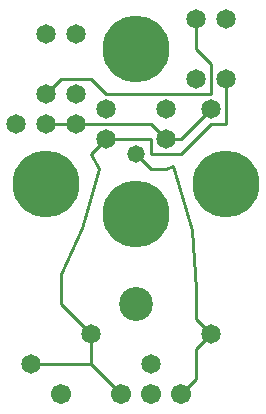
<source format=gbl>
%MOIN*%
%FSLAX25Y25*%
G04 D10 used for Character Trace; *
G04     Circle (OD=.01000) (No hole)*
G04 D11 used for Power Trace; *
G04     Circle (OD=.06700) (No hole)*
G04 D12 used for Signal Trace; *
G04     Circle (OD=.01100) (No hole)*
G04 D13 used for Via; *
G04     Circle (OD=.05800) (Round. Hole ID=.02800)*
G04 D14 used for Component hole; *
G04     Circle (OD=.06500) (Round. Hole ID=.03500)*
G04 D15 used for Component hole; *
G04     Circle (OD=.06700) (Round. Hole ID=.04300)*
G04 D16 used for Component hole; *
G04     Circle (OD=.08100) (Round. Hole ID=.05100)*
G04 D17 used for Component hole; *
G04     Circle (OD=.08900) (Round. Hole ID=.05900)*
G04 D18 used for Component hole; *
G04     Circle (OD=.11300) (Round. Hole ID=.08300)*
G04 D19 used for Component hole; *
G04     Circle (OD=.16000) (Round. Hole ID=.13000)*
G04 D20 used for Component hole; *
G04     Circle (OD=.18300) (Round. Hole ID=.15300)*
G04 D21 used for Component hole; *
G04     Circle (OD=.22291) (Round. Hole ID=.19291)*
%ADD10C,.01000*%
%ADD11C,.06700*%
%ADD12C,.01100*%
%ADD13C,.05800*%
%ADD14C,.06500*%
%ADD15C,.06700*%
%ADD16C,.08100*%
%ADD17C,.08900*%
%ADD18C,.11300*%
%ADD19C,.16000*%
%ADD20C,.18300*%
%ADD21C,.22291*%
%IPPOS*%
%LPD*%
G90*X0Y0D02*D14*X10000Y20000D03*D12*X30000D01*    
X40000Y10000D01*D15*D03*D14*X50000Y20000D03*D12*  
X30000D02*Y30000D01*D14*D03*D12*X20000Y40000D01*  
Y50000D01*D18*X45000Y40000D03*D21*Y70000D03*      
X15000Y80000D03*D12*X50000Y85000D02*X55000D01*    
X50000D02*X45000Y90000D01*D13*D03*D12*X50000D02*  
Y95000D01*Y90000D02*X60000D01*X70000Y100000D01*   
X75000D01*Y115000D01*D14*D03*D12*X70000Y110000D02*
Y120000D01*X35000Y110000D02*X70000D01*X35000D02*  
X30000Y115000D01*X20000D01*X15000Y110000D01*D14*  
D03*X25000Y100000D03*D12*X15000D01*D14*D03*       
X25000Y110000D03*D12*Y100000D02*X50000D01*        
X55000Y95000D01*D14*D03*D12*X60000D01*            
X70000Y105000D01*D14*D03*X65000Y115000D03*D12*    
X70000Y120000D02*X65000Y125000D01*Y135000D01*D14* 
D03*X75000D03*D21*X45000Y125000D03*D14*           
X35000Y105000D03*X55000D03*X35000Y95000D03*D12*   
X30000Y90000D01*X35000Y95000D02*X50000D01*D21*    
X75000Y80000D03*D14*X15000Y130000D03*X25000D03*   
X5000Y100000D03*D12*X65000Y35000D02*Y45000D01*    
X70000Y30000D02*X65000Y35000D01*D14*              
X70000Y30000D03*D12*X65000Y25000D01*Y15000D01*    
X60000Y10000D01*D15*D03*X50000D03*X20000D03*D10*  
X57466Y86000D02*X63533Y64800D01*X55000Y85000D02*  
X57466Y86000D01*X65000Y45000D02*X63533Y64800D01*  
X27016Y65266D02*X32683Y84933D01*X20000Y50000D02*  
X27016Y65266D01*X30000Y90000D02*X32683Y84933D01*  
M02*                                              

</source>
